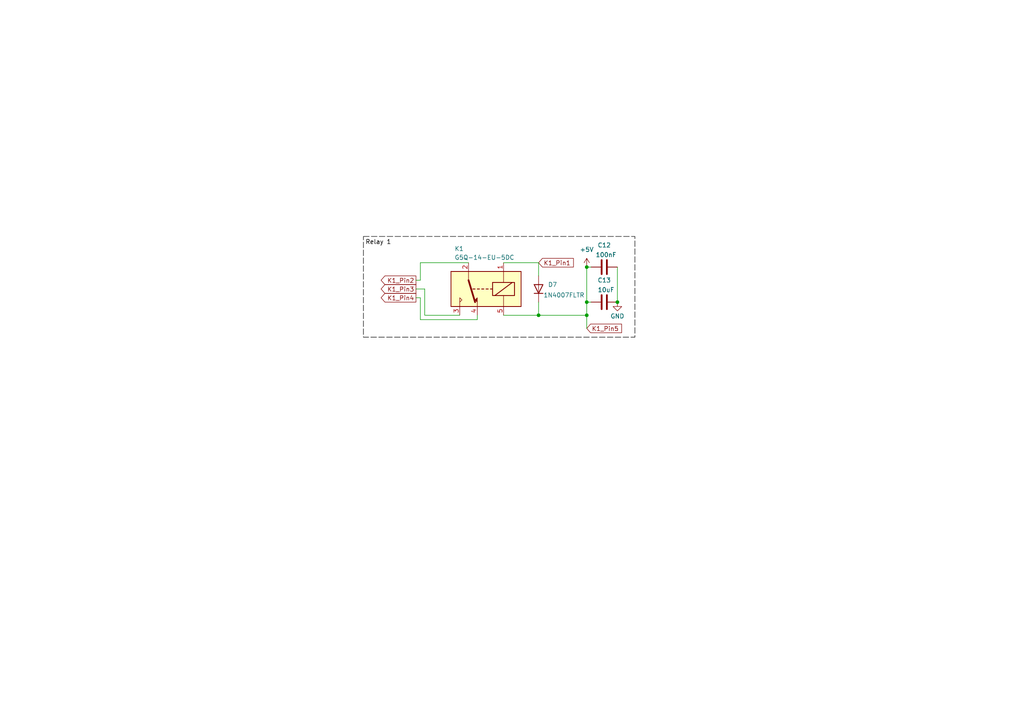
<source format=kicad_sch>
(kicad_sch (version 20250114) (generator "eeschema") (generator_version "9.0")
  (paper "A4")
  (title_block (title "Relays") (date "2025-10-26") (rev "1.0") (company "PKl"))
  (lib_symbols
    (symbol "Device:C" (pin_numbers (hide yes)) (pin_names (offset 0.254))
      (property "Reference" "C" (at 0.635 2.54 0))
      (property "Value" "C" (at 0.635 -2.54 0))
      (symbol "C_0_1"
        (polyline (pts (xy -2.032 0.762) (xy 2.032 0.762)) (stroke (width 0.508)))
        (polyline (pts (xy -2.032 -0.762) (xy 2.032 -0.762)) (stroke (width 0.508)))
      )
      (symbol "C_1_1"
        (pin passive line (at 0 3.81 270) (length 2.794) (name "~") (number "1"))
        (pin passive line (at 0 -3.81 90) (length 2.794) (name "~") (number "2"))
      )
    )
    (symbol "Diode:SM4007" (pin_numbers (hide yes)) (pin_names (hide yes))
      (property "Reference" "D" (at 0 2.54 0))
      (property "Value" "SM4007" (at 0 -2.54 0))
      (symbol "SM4007_0_1"
        (polyline (pts (xy -1.27 1.27) (xy -1.27 -1.27)) (stroke (width 0.254)))
        (polyline (pts (xy 1.27 1.27) (xy 1.27 -1.27) (xy -1.27 0) (xy 1.27 1.27)) (stroke (width 0.254)))
        (polyline (pts (xy 1.27 0) (xy -1.27 0)))
      )
      (symbol "SM4007_1_1"
        (pin passive line (at -3.81 0 0) (length 2.54) (name "K") (number "1"))
        (pin passive line (at 3.81 0 180) (length 2.54) (name "A") (number "2"))
      )
    )
    (symbol "Relay:G5Q-1"
      (property "Reference" "K" (at 11.43 3.81 0))
      (property "Value" "G5Q-1" (at 11.43 1.27 0))
      (symbol "G5Q-1_0_0"
        (polyline (pts (xy 7.62 5.08) (xy 7.62 2.54) (xy 6.985 3.175) (xy 7.62 3.81)))
      )
      (symbol "G5Q-1_0_1"
        (rectangle (start -10.16 5.08) (end 10.16 -5.08) (stroke (width 0.254)) (fill (type background)))
        (rectangle (start -8.255 1.905) (end -1.905 -1.905) (stroke (width 0.254)))
        (polyline (pts (xy -7.62 -1.905) (xy -2.54 1.905)) (stroke (width 0.254)))
        (polyline (pts (xy -5.08 5.08) (xy -5.08 1.905)))
        (polyline (pts (xy -5.08 -5.08) (xy -5.08 -1.905)))
        (polyline (pts (xy -1.905 0) (xy -1.27 0)) (stroke (width 0.254)))
        (polyline (pts (xy -0.635 0) (xy 0 0)) (stroke (width 0.254)))
        (polyline (pts (xy 0.635 0) (xy 1.27 0)) (stroke (width 0.254)))
        (polyline (pts (xy 1.905 0) (xy 2.54 0)) (stroke (width 0.254)))
        (polyline (pts (xy 2.54 5.08) (xy 2.54 2.54) (xy 3.175 3.175) (xy 2.54 3.81)) (fill (type outline)))
        (polyline (pts (xy 3.175 0) (xy 3.81 0)) (stroke (width 0.254)))
        (polyline (pts (xy 5.08 -2.54) (xy 3.175 3.81)) (stroke (width 0.508)))
        (polyline (pts (xy 5.08 -2.54) (xy 5.08 -5.08)))
      )
      (symbol "G5Q-1_1_1"
        (pin passive line (at -5.08 7.62 270) (length 2.54) (name "~") (number "5"))
        (pin passive line (at -5.08 -7.62 90) (length 2.54) (name "~") (number "1"))
        (pin passive line (at 2.54 7.62 270) (length 2.54) (name "~") (number "4"))
        (pin passive line (at 5.08 -7.62 90) (length 2.54) (name "~") (number "2"))
        (pin passive line (at 7.62 7.62 270) (length 2.54) (name "~") (number "3"))
      )
    )
    (symbol "power:+5V" (power) (pin_numbers (hide yes)) (pin_names (offset 0) (hide yes))
      (property "Value" "+5V" (at 0 3.556 0))
      (symbol "+5V_0_1"
        (polyline (pts (xy -0.762 1.27) (xy 0 2.54)))
        (polyline (pts (xy 0 2.54) (xy 0.762 1.27)))
        (polyline (pts (xy 0 0) (xy 0 2.54)))
      )
      (symbol "+5V_1_1"
        (pin power_in line (at 0 0 90) (length 0) (name "~") (number "1"))
      )
    )
    (symbol "power:GND" (power) (pin_numbers (hide yes)) (pin_names (offset 0) (hide yes))
      (property "Value" "GND" (at 0 -3.81 0))
      (symbol "GND_0_1"
        (polyline (pts (xy 0 0) (xy 0 -1.27) (xy 1.27 -1.27) (xy 0 -2.54) (xy -1.27 -1.27) (xy 0 -1.27)))
      )
      (symbol "GND_1_1"
        (pin power_in line (at 0 0 270) (length 0) (name "~") (number "1"))
      )
    )
  )
  (rectangle (start 105.41 68.58) (end 184.15 97.79) (stroke (width 0) (type dash) (color 0 0 0 1)))
  (text "Relay 1" (at 109.728 70.358 0) (effects (font (size 1.27 1.27))))
  (junction (at 170.18 77.47))
  (junction (at 170.18 91.44))
  (junction (at 170.18 87.63))
  (junction (at 156.21 91.44))
  (junction (at 179.07 87.63))
  (wire (pts (xy 146.05 91.44) (xy 156.21 91.44)))
  (wire (pts (xy 121.92 92.71) (xy 121.92 86.36)))
  (wire (pts (xy 170.18 87.63) (xy 171.45 87.63)))
  (wire (pts (xy 121.92 86.36) (xy 120.65 86.36)))
  (wire (pts (xy 121.92 76.2) (xy 121.92 81.28)))
  (wire (pts (xy 179.07 77.47) (xy 179.07 87.63)))
  (wire (pts (xy 138.43 92.71) (xy 121.92 92.71)))
  (wire (pts (xy 156.21 87.63) (xy 156.21 91.44)))
  (wire (pts (xy 123.19 83.82) (xy 120.65 83.82)))
  (wire (pts (xy 156.21 76.2) (xy 156.21 80.01)))
  (wire (pts (xy 170.18 87.63) (xy 170.18 91.44)))
  (wire (pts (xy 133.35 91.44) (xy 123.19 91.44)))
  (wire (pts (xy 121.92 81.28) (xy 120.65 81.28)))
  (wire (pts (xy 170.18 77.47) (xy 170.18 87.63)))
  (wire (pts (xy 156.21 91.44) (xy 170.18 91.44)))
  (wire (pts (xy 121.92 76.2) (xy 135.89 76.2)))
  (wire (pts (xy 170.18 77.47) (xy 171.45 77.47)))
  (wire (pts (xy 138.43 91.44) (xy 138.43 92.71)))
  (wire (pts (xy 146.05 76.2) (xy 156.21 76.2)))
  (wire (pts (xy 170.18 91.44) (xy 170.18 95.25)))
  (wire (pts (xy 123.19 91.44) (xy 123.19 83.82)))
  (global_label "K1_Pin4" (shape output) (at 120.65 86.36 180) (property "Intersheetrefs" "${INTERSHEET_REFS}" (effects (hide yes))))
  (global_label "K1_Pin1" (shape input) (at 156.21 76.2 0) (property "Intersheetrefs" "${INTERSHEET_REFS}" (effects (hide yes))))
  (global_label "K1_Pin3" (shape output) (at 120.65 83.82 180) (property "Intersheetrefs" "${INTERSHEET_REFS}" (effects (hide yes))))
  (global_label "K1_Pin5" (shape input) (at 170.18 95.25 0) (property "Intersheetrefs" "${INTERSHEET_REFS}" (effects (hide yes))))
  (global_label "K1_Pin2" (shape output) (at 120.65 81.28 180) (property "Intersheetrefs" "${INTERSHEET_REFS}" (effects (hide yes))))
  (symbol (lib_id "Device:C") (at 175.26 77.47 270) (unit 1)
    (property "Reference" "C12" (at 175.26 71.12 90))
    (property "Value" "100nF" (at 175.768 73.914 90))
    (property "Footprint" "Capacitor_SMD:C_0805_2012Metric" (effects (hide yes)))
    (property "Description" "Unpolarized capacitor" (effects (hide yes)))
  )
  (symbol (lib_id "Diode:SM4007") (at 156.21 83.82 90) (unit 1)
    (property "Reference" "D7" (at 160.274 82.55 90))
    (property "Value" "1N4007FLTR" (at 163.576 85.598 90))
    (property "Footprint" "Diode_SMD:D_SOD-123F" (effects (hide yes)))
    (property "Datasheet" "http://cdn-reichelt.de/documents/datenblatt/A400/SMD1N400%23DIO.pdf" (effects (hide yes)))
    (property "Description" "1000V 1A General Purpose Rectifier Diode, MELF" (effects (hide yes)))
    (property "Sim.Device" "D" (effects (hide yes)))
    (property "Sim.Pins" "1=K 2=A" (effects (hide yes)))
  )
  (symbol (lib_id "Device:C") (at 175.26 87.63 270) (unit 1)
    (property "Reference" "C13" (at 175.26 81.28 90))
    (property "Value" "10uF" (at 175.768 84.074 90))
    (property "Footprint" "Capacitor_SMD:C_0805_2012Metric" (effects (hide yes)))
    (property "Description" "Unpolarized capacitor" (effects (hide yes)))
  )
  (symbol (lib_id "Relay:G5Q-1") (at 140.97 83.82 180) (unit 1)
    (property "Reference" "K1" (at 131.826 72.136 0) (effects (justify right)))
    (property "Value" "G5Q-14-EU-5DC" (at 131.826 74.676 0) (effects (justify right)))
    (property "Footprint" "Relay_THT:Relay_SPDT_Omron-G5Q-1" (effects (hide yes)))
    (property "Datasheet" "https://www.omron.com/ecb/products/pdf/en-g5q.pdf" (effects (hide yes)))
    (property "Description" "Omron G5G relay, Miniature Single Pole, SPDT, 10A" (effects (hide yes)))
  )
  (symbol (lib_id "power:+5V") (at 170.18 77.47 0) (unit 1)
    (property "Reference" "#PWR040" (effects (hide yes)))
    (property "Value" "+5V" (at 170.18 72.39 0))
    (property "Description" "Power symbol creates a global label with name \"+5V\"" (effects (hide yes)))
  )
  (symbol (lib_id "power:GND") (at 179.07 87.63 0) (unit 1)
    (property "Reference" "#PWR056" (effects (hide yes)))
    (property "Value" "GND" (at 179.07 91.694 0))
    (property "Description" "Power symbol creates a global label with name \"GND\" , ground" (effects (hide yes)))
  )
)
</source>
